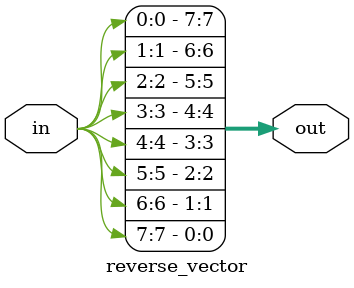
<source format=sv>
module reverse_vector( 
    input [7:0] in,
    output [7:0] out
);
generate
  genvar c;
    for (c = 0; c < 8; c = c + 1) begin
          assign  out[c] = in[7-c];
    end
endgenerate
        
endmodule
</source>
